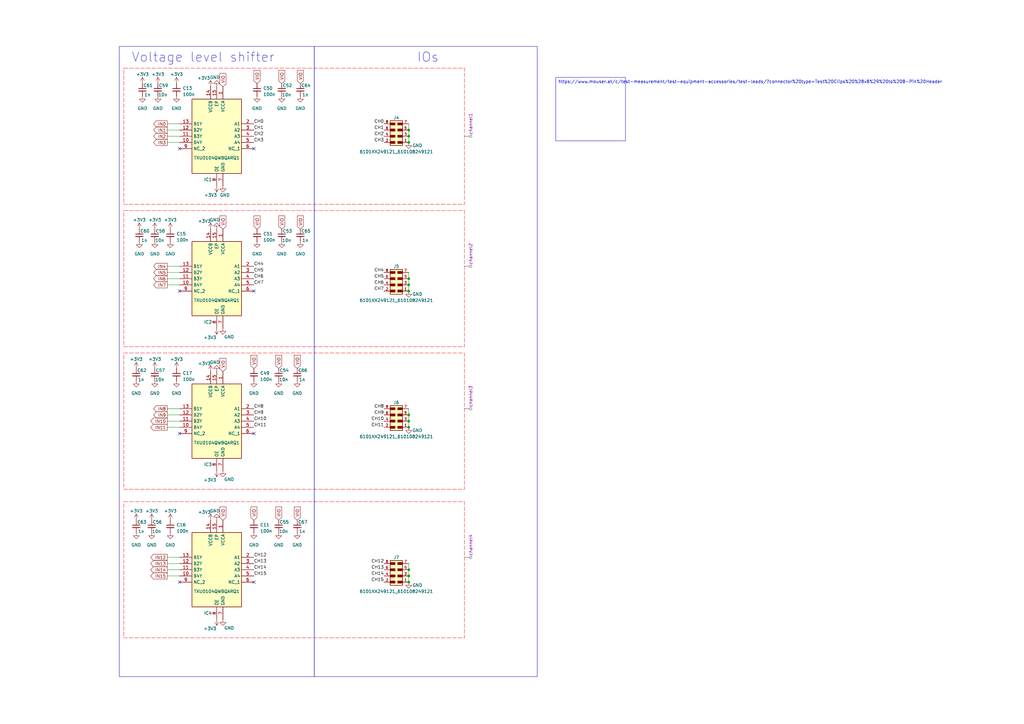
<source format=kicad_sch>
(kicad_sch (version 20250114) (generator "eeschema") (generator_version "9.0")
  (paper "A3")
  (lib_symbols
    (symbol "Device:C_Small" (pin_numbers (hide yes)) (pin_names (offset 0.254) (hide yes))
      (property "Reference" "C" (at 0.254 1.778 0))
      (property "Value" "C_Small" (at 0.254 -2.032 0))
      (symbol "C_Small_0_1"
        (polyline (pts (xy -1.524 0.508) (xy 1.524 0.508)) (stroke (width 0.3048)))
        (polyline (pts (xy -1.524 -0.508) (xy 1.524 -0.508)) (stroke (width 0.3302)))
      )
      (symbol "C_Small_1_1"
        (pin passive line (at 0 2.54 270) (length 2.032) (name "~") (number "1"))
        (pin passive line (at 0 -2.54 90) (length 2.032) (name "~") (number "2"))
      )
    )
    (symbol "Snapeda:6101XX249121_610108249121" (pin_names (offset 1.016))
      (property "Reference" "J" (at 5.08 0.762 0))
      (property "Value" "6101XX249121_610108249121" (at 5.08 -2.54 0))
      (symbol "6101XX249121_610108249121_0_0"
        (rectangle (start -6.35 -2.54) (end 3.81 2.54) (stroke (width 0.254)) (fill (type background)))
        (rectangle (start -5.58 0.5) (end -4.58 2.5) (stroke (width 0.1)) (fill (type outline)))
        (rectangle (start -5.58 -2.5) (end -4.58 -0.5) (stroke (width 0.1)) (fill (type outline)))
        (rectangle (start -3.04 0.5) (end -2.04 2.5) (stroke (width 0.1)) (fill (type outline)))
        (rectangle (start -3.04 -2.5) (end -2.04 -0.5) (stroke (width 0.1)) (fill (type outline)))
        (rectangle (start -0.5 0.5) (end 0.5 2.5) (stroke (width 0.1)) (fill (type outline)))
        (rectangle (start -0.5 -2.5) (end 0.5 -0.5) (stroke (width 0.1)) (fill (type outline)))
        (rectangle (start 2.04 0.5) (end 3.04 2.5) (stroke (width 0.1)) (fill (type outline)))
        (rectangle (start 2.04 -2.5) (end 3.04 -0.5) (stroke (width 0.1)) (fill (type outline)))
        (pin passive line (at -5.08 5.08 270) (length 2.54) (name "~") (number "8"))
        (pin passive line (at -5.08 -5.08 90) (length 2.54) (name "~") (number "7"))
        (pin passive line (at -2.54 5.08 270) (length 2.54) (name "~") (number "6"))
        (pin passive line (at -2.54 -5.08 90) (length 2.54) (name "~") (number "5"))
        (pin passive line (at 0 5.08 270) (length 2.54) (name "~") (number "4"))
        (pin passive line (at 0 -5.08 90) (length 2.54) (name "~") (number "3"))
        (pin passive line (at 2.54 5.08 270) (length 2.54) (name "~") (number "2"))
        (pin passive line (at 2.54 -5.08 90) (length 2.54) (name "~") (number "1"))
      )
    )
    (symbol "TXU0104QWBQARQ1:TXU0104QWBQARQ1"
      (property "Reference" "IC" (at 26.67 15.24 0))
      (property "Value" "TXU0104QWBQARQ1" (at 26.67 12.7 0))
      (symbol "TXU0104QWBQARQ1_1_1"
        (rectangle (start 5.08 10.16) (end 25.4 -20.32) (stroke (width 0.254)) (fill (type background)))
        (pin passive line (at 0 0 0) (length 5.08) (name "A1") (number "2"))
        (pin passive line (at 0 -2.54 0) (length 5.08) (name "A2") (number "3"))
        (pin passive line (at 0 -5.08 0) (length 5.08) (name "A3") (number "4"))
        (pin passive line (at 0 -7.62 0) (length 5.08) (name "A4") (number "5"))
        (pin passive line (at 0 -10.16 0) (length 5.08) (name "NC_1") (number "6"))
        (pin passive line (at 12.7 15.24 270) (length 5.08) (name "VCCA") (number "1"))
        (pin passive line (at 12.7 -25.4 90) (length 5.08) (name "GND") (number "7"))
        (pin passive line (at 15.24 15.24 270) (length 5.08) (name "EP") (number "15"))
        (pin passive line (at 15.24 -25.4 90) (length 5.08) (name "OE") (number "8"))
        (pin passive line (at 17.78 15.24 270) (length 5.08) (name "VCCB") (number "14"))
        (pin passive line (at 30.48 0 180) (length 5.08) (name "B1Y") (number "13"))
        (pin passive line (at 30.48 -2.54 180) (length 5.08) (name "B2Y") (number "12"))
        (pin passive line (at 30.48 -5.08 180) (length 5.08) (name "B3Y") (number "11"))
        (pin passive line (at 30.48 -7.62 180) (length 5.08) (name "B4Y") (number "10"))
        (pin passive line (at 30.48 -10.16 180) (length 5.08) (name "NC_2") (number "9"))
      )
    )
    (symbol "power:+3V3" (power) (pin_numbers (hide yes)) (pin_names (offset 0) (hide yes))
      (property "Value" "+3V3" (at 0 3.556 0))
      (symbol "+3V3_0_1"
        (polyline (pts (xy -0.762 1.27) (xy 0 2.54)))
        (polyline (pts (xy 0 2.54) (xy 0.762 1.27)))
        (polyline (pts (xy 0 0) (xy 0 2.54)))
      )
      (symbol "+3V3_1_1"
        (pin power_in line (at 0 0 90) (length 0) (name "~") (number "1"))
      )
    )
    (symbol "power:GND" (power) (pin_numbers (hide yes)) (pin_names (offset 0) (hide yes))
      (property "Value" "GND" (at 0 -3.81 0))
      (symbol "GND_0_1"
        (polyline (pts (xy 0 0) (xy 0 -1.27) (xy 1.27 -1.27) (xy 0 -2.54) (xy -1.27 -1.27) (xy 0 -1.27)))
      )
      (symbol "GND_1_1"
        (pin power_in line (at 0 0 270) (length 0) (name "~") (number "1"))
      )
    )
  )
  (rectangle (start 48.895 19.05) (end 128.905 277.495))
  (rectangle (start 128.905 19.05) (end 220.345 277.495))
  (text "Voltage level shifter" (at 83.312 23.622 0) (effects (font (size 3.81 3.81))))
  (text "IOs" (at 175.514 23.622 0) (effects (font (size 3.81 3.81))))
  (text_box "https://www.mouser.at/c/test-measurement/test-equipment-accessories/test-leads/?connector%20type=Test%20Clips%20%28x8%29%20to%208-Pin%20Header" (at 227.965 31.75 0) (size 28.575 26.035) (margins 0.9525 0.9525 0.9525 0.9525) (effects (font (size 1.27 1.27)) (justify left top)))
  (junction (at 167.64 55.88))
  (junction (at 167.64 238.76))
  (junction (at 167.64 119.38))
  (junction (at 167.64 172.72))
  (junction (at 167.64 236.22))
  (junction (at 167.64 233.68))
  (junction (at 167.64 114.3))
  (junction (at 167.64 116.84))
  (junction (at 167.64 170.18))
  (junction (at 167.64 175.26))
  (junction (at 167.64 58.42))
  (junction (at 167.64 53.34))
  (no_connect (at 104.14 238.76))
  (no_connect (at 104.14 119.38))
  (no_connect (at 73.66 60.96))
  (no_connect (at 73.66 177.8))
  (no_connect (at 104.14 60.96))
  (no_connect (at 104.14 177.8))
  (no_connect (at 73.66 238.76))
  (no_connect (at 73.66 119.38))
  (wire (pts (xy 167.64 170.18) (xy 167.64 172.72)))
  (wire (pts (xy 73.66 114.3) (xy 68.58 114.3)))
  (wire (pts (xy 167.64 236.22) (xy 167.64 238.76)))
  (wire (pts (xy 73.66 231.14) (xy 68.58 231.14)))
  (wire (pts (xy 73.66 172.72) (xy 68.58 172.72)))
  (wire (pts (xy 73.66 109.22) (xy 68.58 109.22)))
  (wire (pts (xy 68.58 55.88) (xy 73.66 55.88)))
  (wire (pts (xy 73.66 116.84) (xy 68.58 116.84)))
  (wire (pts (xy 73.66 111.76) (xy 68.58 111.76)))
  (wire (pts (xy 68.58 50.8) (xy 73.66 50.8)))
  (wire (pts (xy 167.64 172.72) (xy 167.64 175.26)))
  (wire (pts (xy 73.66 167.64) (xy 68.58 167.64)))
  (wire (pts (xy 73.66 236.22) (xy 68.58 236.22)))
  (wire (pts (xy 167.64 50.8) (xy 167.64 53.34)))
  (wire (pts (xy 167.64 116.84) (xy 167.64 119.38)))
  (wire (pts (xy 167.64 233.68) (xy 167.64 236.22)))
  (wire (pts (xy 167.64 53.34) (xy 167.64 55.88)))
  (wire (pts (xy 73.66 228.6) (xy 68.58 228.6)))
  (wire (pts (xy 167.64 114.3) (xy 167.64 116.84)))
  (wire (pts (xy 167.64 167.64) (xy 167.64 170.18)))
  (wire (pts (xy 73.66 170.18) (xy 68.58 170.18)))
  (wire (pts (xy 167.64 111.76) (xy 167.64 114.3)))
  (wire (pts (xy 68.58 58.42) (xy 73.66 58.42)))
  (wire (pts (xy 73.66 233.68) (xy 68.58 233.68)))
  (wire (pts (xy 167.64 55.88) (xy 167.64 58.42)))
  (wire (pts (xy 73.66 175.26) (xy 68.58 175.26)))
  (wire (pts (xy 167.64 231.14) (xy 167.64 233.68)))
  (wire (pts (xy 68.58 53.34) (xy 73.66 53.34)))
  (label "CH0" (at 157.48 50.8 180))
  (label "CH6" (at 157.48 116.84 180))
  (label "CH15" (at 104.14 236.22 0))
  (label "CH7" (at 104.14 116.84 0))
  (label "CH10" (at 104.14 172.72 0))
  (label "CH10" (at 157.48 172.72 180))
  (label "CH3" (at 104.14 58.42 0))
  (label "CH1" (at 104.14 53.34 0))
  (label "CH8" (at 157.48 167.64 180))
  (label "CH2" (at 157.48 55.88 180))
  (label "CH0" (at 104.14 50.8 0))
  (label "CH9" (at 157.48 170.18 180))
  (label "CH12" (at 157.48 231.14 180))
  (label "CH3" (at 157.48 58.42 180))
  (label "CH14" (at 104.14 233.68 0))
  (label "CH14" (at 157.48 236.22 180))
  (label "CH2" (at 104.14 55.88 0))
  (label "CH7" (at 157.48 119.38 180))
  (label "CH4" (at 104.14 109.22 0))
  (label "CH11" (at 157.48 175.26 180))
  (label "CH13" (at 104.14 231.14 0))
  (label "CH1" (at 157.48 53.34 180))
  (label "CH5" (at 104.14 111.76 0))
  (label "CH11" (at 104.14 175.26 0))
  (label "CH4" (at 157.48 111.76 180))
  (label "CH6" (at 104.14 114.3 0))
  (label "CH13" (at 157.48 233.68 180))
  (label "CH15" (at 157.48 238.76 180))
  (label "CH5" (at 157.48 114.3 180))
  (label "CH8" (at 104.14 167.64 0))
  (label "CH9" (at 104.14 170.18 0))
  (label "CH12" (at 104.14 228.6 0))
  (global_label "IN8" (shape output) (at 68.58 167.64 180) (property "Intersheetrefs" "${INTERSHEET_REFS}" (effects (hide yes))))
  (global_label "IN6" (shape output) (at 68.58 114.3 180) (property "Intersheetrefs" "${INTERSHEET_REFS}" (effects (hide yes))))
  (global_label "IN0" (shape output) (at 68.58 50.8 180) (property "Intersheetrefs" "${INTERSHEET_REFS}" (effects (hide yes))))
  (global_label "VIO" (shape input) (at 115.57 93.98 90) (property "Intersheetrefs" "${INTERSHEET_REFS}" (effects (hide yes))))
  (global_label "VIO" (shape input) (at 123.19 93.98 90) (property "Intersheetrefs" "${INTERSHEET_REFS}" (effects (hide yes))))
  (global_label "VIO" (shape input) (at 104.14 213.36 90) (property "Intersheetrefs" "${INTERSHEET_REFS}" (effects (hide yes))))
  (global_label "VIO" (shape input) (at 104.14 151.13 90) (property "Intersheetrefs" "${INTERSHEET_REFS}" (effects (hide yes))))
  (global_label "VIO" (shape input) (at 121.92 213.36 90) (property "Intersheetrefs" "${INTERSHEET_REFS}" (effects (hide yes))))
  (global_label "IN13" (shape output) (at 68.58 231.14 180) (property "Intersheetrefs" "${INTERSHEET_REFS}" (effects (hide yes))))
  (global_label "VIO" (shape input) (at 91.44 35.56 90) (property "Intersheetrefs" "${INTERSHEET_REFS}" (effects (hide yes))))
  (global_label "IN7" (shape output) (at 68.58 116.84 180) (property "Intersheetrefs" "${INTERSHEET_REFS}" (effects (hide yes))))
  (global_label "IN9" (shape output) (at 68.58 170.18 180) (property "Intersheetrefs" "${INTERSHEET_REFS}" (effects (hide yes))))
  (global_label "VIO" (shape input) (at 123.19 34.29 90) (property "Intersheetrefs" "${INTERSHEET_REFS}" (effects (hide yes))))
  (global_label "IN12" (shape output) (at 68.58 228.6 180) (property "Intersheetrefs" "${INTERSHEET_REFS}" (effects (hide yes))))
  (global_label "IN14" (shape output) (at 68.58 233.68 180) (property "Intersheetrefs" "${INTERSHEET_REFS}" (effects (hide yes))))
  (global_label "IN2" (shape output) (at 68.58 55.88 180) (property "Intersheetrefs" "${INTERSHEET_REFS}" (effects (hide yes))))
  (global_label "VIO" (shape input) (at 91.44 152.4 90) (property "Intersheetrefs" "${INTERSHEET_REFS}" (effects (hide yes))))
  (global_label "IN11" (shape output) (at 68.58 175.26 180) (property "Intersheetrefs" "${INTERSHEET_REFS}" (effects (hide yes))))
  (global_label "IN4" (shape output) (at 68.58 109.22 180) (property "Intersheetrefs" "${INTERSHEET_REFS}" (effects (hide yes))))
  (global_label "VIO" (shape input) (at 121.92 151.13 90) (property "Intersheetrefs" "${INTERSHEET_REFS}" (effects (hide yes))))
  (global_label "VIO" (shape input) (at 105.41 93.98 90) (property "Intersheetrefs" "${INTERSHEET_REFS}" (effects (hide yes))))
  (global_label "VIO" (shape input) (at 114.3 213.36 90) (property "Intersheetrefs" "${INTERSHEET_REFS}" (effects (hide yes))))
  (global_label "VIO" (shape input) (at 105.41 34.29 90) (property "Intersheetrefs" "${INTERSHEET_REFS}" (effects (hide yes))))
  (global_label "IN3" (shape output) (at 68.58 58.42 180) (property "Intersheetrefs" "${INTERSHEET_REFS}" (effects (hide yes))))
  (global_label "VIO" (shape input) (at 114.3 151.13 90) (property "Intersheetrefs" "${INTERSHEET_REFS}" (effects (hide yes))))
  (global_label "VIO" (shape input) (at 91.44 213.36 90) (property "Intersheetrefs" "${INTERSHEET_REFS}" (effects (hide yes))))
  (global_label "VIO" (shape input) (at 91.44 93.98 90) (property "Intersheetrefs" "${INTERSHEET_REFS}" (effects (hide yes))))
  (global_label "VIO" (shape input) (at 115.57 34.29 90) (property "Intersheetrefs" "${INTERSHEET_REFS}" (effects (hide yes))))
  (global_label "IN15" (shape output) (at 68.58 236.22 180) (property "Intersheetrefs" "${INTERSHEET_REFS}" (effects (hide yes))))
  (global_label "IN1" (shape output) (at 68.58 53.34 180) (property "Intersheetrefs" "${INTERSHEET_REFS}" (effects (hide yes))))
  (global_label "IN10" (shape output) (at 68.58 172.72 180) (property "Intersheetrefs" "${INTERSHEET_REFS}" (effects (hide yes))))
  (global_label "IN5" (shape output) (at 68.58 111.76 180) (property "Intersheetrefs" "${INTERSHEET_REFS}" (effects (hide yes))))
  (rule_area (polyline (pts (xy 50.8 27.94) (xy 190.5 27.94) (xy 190.5 83.82) (xy 50.8 83.82)) (stroke (width 0) (type dash))))
  (rule_area (polyline (pts (xy 50.8 144.78) (xy 190.5 144.78) (xy 190.5 200.66) (xy 50.8 200.66)) (stroke (width 0) (type dash))))
  (rule_area (polyline (pts (xy 50.8 86.36) (xy 190.5 86.36) (xy 190.5 142.24) (xy 50.8 142.24)) (stroke (width 0) (type dash))))
  (rule_area (polyline (pts (xy 50.8 205.74) (xy 190.5 205.74) (xy 190.5 261.62) (xy 50.8 261.62)) (stroke (width 0) (type dash))))
  (netclass_flag "" (length 2.54) (shape round) (at 190.5 109.22 270) (property "Component Class" "channel2" (at 193.04 108.6104 90) (effects (font (italic yes)) (justify left))))
  (netclass_flag "" (length 2.54) (shape round) (at 190.5 167.64 270) (property "Component Class" "channel3" (at 193.04 167.0304 90) (effects (font (italic yes)) (justify left))))
  (netclass_flag "" (length 2.54) (shape round) (at 190.5 228.6 270) (property "Component Class" "channel4" (at 193.04 227.9904 90) (effects (font (italic yes)) (justify left))))
  (netclass_flag "" (length 2.54) (shape round) (at 190.5 55.88 270) (property "Component Class" "channel1" (at 193.04 55.2704 90) (effects (font (italic yes)) (justify left))))
  (symbol (lib_id "Snapeda:6101XX249121_610108249121") (at 162.56 236.22 90) (mirror x) (unit 1)
    (property "Reference" "J7" (at 162.56 228.6 90))
    (property "Value" "6101XX249121_610108249121" (at 162.56 242.57 90))
    (property "Footprint" "Snapeda:6101XX249121_610108249121_610108249121" (effects (hide yes)))
  )
  (symbol (lib_id "power:GND") (at 91.44 134.62 0) (unit 1)
    (property "Reference" "#PWR014" (effects (hide yes)))
    (property "Value" "GND" (at 93.98 138.176 0))
  )
  (symbol (lib_id "power:GND") (at 123.19 99.06 0) (mirror y) (unit 1)
    (property "Reference" "#PWR099" (effects (hide yes)))
    (property "Value" "GND" (at 123.19 104.14 0))
  )
  (symbol (lib_id "Device:C_Small") (at 104.14 153.67 0) (mirror y) (unit 1)
    (property "Reference" "C49" (at 106.68 153.0413 0) (effects (justify right)))
    (property "Value" "100n" (at 106.68 155.5813 0) (effects (justify right)))
    (property "Footprint" "Capacitor_SMD:C_0402_1005Metric" (effects (hide yes)))
  )
  (symbol (lib_id "power:GND") (at 88.9 152.4 180) (unit 1)
    (property "Reference" "#PWR0105" (effects (hide yes)))
    (property "Value" "GND" (at 88.138 148.59 0))
  )
  (symbol (lib_id "power:GND") (at 123.19 39.37 0) (mirror y) (unit 1)
    (property "Reference" "#PWR0100" (effects (hide yes)))
    (property "Value" "GND" (at 123.19 44.45 0))
  )
  (symbol (lib_id "power:GND") (at 121.92 156.21 0) (mirror y) (unit 1)
    (property "Reference" "#PWR0101" (effects (hide yes)))
    (property "Value" "GND" (at 121.92 161.29 0))
  )
  (symbol (lib_id "Device:C_Small") (at 115.57 36.83 0) (unit 1)
    (property "Reference" "C52" (at 117.856 35.052 0))
    (property "Value" "10n" (at 117.602 38.862 0))
    (property "Footprint" "Capacitor_SMD:C_0402_1005Metric" (effects (hide yes)))
  )
  (symbol (lib_id "Device:C_Small") (at 114.3 153.67 0) (unit 1)
    (property "Reference" "C54" (at 116.586 151.892 0))
    (property "Value" "10n" (at 116.332 155.702 0))
    (property "Footprint" "Capacitor_SMD:C_0402_1005Metric" (effects (hide yes)))
  )
  (symbol (lib_id "power:GND") (at 115.57 39.37 0) (mirror y) (unit 1)
    (property "Reference" "#PWR079" (effects (hide yes)))
    (property "Value" "GND" (at 115.57 44.45 0))
  )
  (symbol (lib_id "TXU0104QWBQARQ1:TXU0104QWBQARQ1") (at 104.14 50.8 0) (mirror y) (unit 1)
    (property "Reference" "IC1" (at 86.9441 73.66 0) (effects (justify left)))
    (property "Value" "TXU0104QWBQARQ1" (at 98.298 64.77 0) (effects (justify left)))
    (property "Footprint" "TXU0104:TXU0104QWBQARQ1" (effects (hide yes)))
    (property "Datasheet" "https://www.ti.com/lit/ds/symlink/txu0104-q1.pdf?HQS=dis-mous-null-mousermode-dsf-pf-null-wwe&ts=1678076196563&ref_url=https%253A%252F%252Fwww.mouser.in%252F" (effects (hide yes)))
    (property "Height" "0.8" (effects (hide yes)))
    (property "Manufacturer_Name" "Texas Instruments" (effects (hide yes)))
    (property "Manufacturer_Part_Number" "TXU0104QWBQARQ1" (effects (hide yes)))
    (property "Mouser Part Number" "595-TXU0104QWBQARQ1" (effects (hide yes)))
    (property "Mouser Price/Stock" "https://www.mouser.co.uk/ProductDetail/Texas-Instruments/TXU0104QWBQARQ1?qs=MyNHzdoqoQLxLExkSAGcJg%3D%3D" (effects (hide yes)))
    (property "Arrow Part Number" "TXU0104QWBQARQ1" (effects (hide yes)))
    (property "Arrow Price/Stock" "https://www.arrow.com/en/products/txu0104qwbqarq1/texas-instruments?region=nac" (effects (hide yes)))
  )
  (symbol (lib_id "Device:C_Small") (at 104.14 215.9 0) (mirror y) (unit 1)
    (property "Reference" "C11" (at 106.68 215.2713 0) (effects (justify right)))
    (property "Value" "100n" (at 106.68 217.8113 0) (effects (justify right)))
    (property "Footprint" "Capacitor_SMD:C_0402_1005Metric" (effects (hide yes)))
  )
  (symbol (lib_id "power:GND") (at 104.14 218.44 0) (mirror y) (unit 1)
    (property "Reference" "#PWR076" (effects (hide yes)))
    (property "Value" "GND" (at 104.14 223.52 0))
  )
  (symbol (lib_id "power:+3V3") (at 63.5 93.98 0) (unit 1)
    (property "Reference" "#PWR087" (effects (hide yes)))
    (property "Value" "+3V3" (at 63.5 90.17 0))
  )
  (symbol (lib_id "Device:C_Small") (at 123.19 36.83 0) (unit 1)
    (property "Reference" "C64" (at 125.476 35.052 0))
    (property "Value" "1n" (at 125.222 38.862 0))
    (property "Footprint" "Capacitor_SMD:C_0402_1005Metric" (effects (hide yes)))
  )
  (symbol (lib_id "power:GND") (at 72.39 39.37 0) (mirror y) (unit 1)
    (property "Reference" "#PWR026" (effects (hide yes)))
    (property "Value" "GND" (at 72.39 44.45 0))
  )
  (symbol (lib_id "power:GND") (at 69.85 99.06 0) (mirror y) (unit 1)
    (property "Reference" "#PWR028" (effects (hide yes)))
    (property "Value" "GND" (at 69.85 104.14 0))
  )
  (symbol (lib_id "power:GND") (at 105.41 99.06 0) (mirror y) (unit 1)
    (property "Reference" "#PWR078" (effects (hide yes)))
    (property "Value" "GND" (at 105.41 104.14 0))
  )
  (symbol (lib_id "power:+3V3") (at 88.9 193.04 180) (unit 1)
    (property "Reference" "#PWR029" (effects (hide yes)))
    (property "Value" "+3V3" (at 86.106 196.85 0))
  )
  (symbol (lib_id "power:GND") (at 57.15 99.06 0) (mirror y) (unit 1)
    (property "Reference" "#PWR092" (effects (hide yes)))
    (property "Value" "GND" (at 57.15 104.14 0))
  )
  (symbol (lib_id "power:+3V3") (at 88.9 254 180) (unit 1)
    (property "Reference" "#PWR018" (effects (hide yes)))
    (property "Value" "+3V3" (at 86.106 257.81 0))
  )
  (symbol (lib_id "power:+3V3") (at 64.77 34.29 0) (unit 1)
    (property "Reference" "#PWR089" (effects (hide yes)))
    (property "Value" "+3V3" (at 64.77 30.48 0))
  )
  (symbol (lib_id "power:+3V3") (at 62.23 213.36 0) (unit 1)
    (property "Reference" "#PWR084" (effects (hide yes)))
    (property "Value" "+3V3" (at 62.23 209.55 0))
  )
  (symbol (lib_id "power:+3V3") (at 69.85 213.36 0) (unit 1)
    (property "Reference" "#PWR022" (effects (hide yes)))
    (property "Value" "+3V3" (at 69.85 209.55 0))
  )
  (symbol (lib_id "Device:C_Small") (at 123.19 96.52 0) (unit 1)
    (property "Reference" "C65" (at 125.476 94.742 0))
    (property "Value" "1n" (at 125.222 98.552 0))
    (property "Footprint" "Capacitor_SMD:C_0402_1005Metric" (effects (hide yes)))
  )
  (symbol (lib_id "power:+3V3") (at 86.36 35.56 0) (unit 1)
    (property "Reference" "#PWR037" (effects (hide yes)))
    (property "Value" "+3V3" (at 83.566 32.004 0))
  )
  (symbol (lib_id "Device:C_Small") (at 57.15 96.52 0) (unit 1)
    (property "Reference" "C60" (at 59.436 94.742 0))
    (property "Value" "1n" (at 59.182 98.552 0))
    (property "Footprint" "Capacitor_SMD:C_0402_1005Metric" (effects (hide yes)))
  )
  (symbol (lib_id "TXU0104QWBQARQ1:TXU0104QWBQARQ1") (at 104.14 228.6 0) (mirror y) (unit 1)
    (property "Reference" "IC4" (at 86.9441 251.46 0) (effects (justify left)))
    (property "Value" "TXU0104QWBQARQ1" (at 98.298 242.57 0) (effects (justify left)))
    (property "Footprint" "TXU0104:TXU0104QWBQARQ1" (effects (hide yes)))
    (property "Datasheet" "https://www.ti.com/lit/ds/symlink/txu0104-q1.pdf?HQS=dis-mous-null-mousermode-dsf-pf-null-wwe&ts=1678076196563&ref_url=https%253A%252F%252Fwww.mouser.in%252F" (effects (hide yes)))
    (property "Height" "0.8" (effects (hide yes)))
    (property "Manufacturer_Name" "Texas Instruments" (effects (hide yes)))
    (property "Manufacturer_Part_Number" "TXU0104QWBQARQ1" (effects (hide yes)))
    (property "Mouser Part Number" "595-TXU0104QWBQARQ1" (effects (hide yes)))
    (property "Mouser Price/Stock" "https://www.mouser.co.uk/ProductDetail/Texas-Instruments/TXU0104QWBQARQ1?qs=MyNHzdoqoQLxLExkSAGcJg%3D%3D" (effects (hide yes)))
    (property "Arrow Part Number" "TXU0104QWBQARQ1" (effects (hide yes)))
    (property "Arrow Price/Stock" "https://www.arrow.com/en/products/txu0104qwbqarq1/texas-instruments?region=nac" (effects (hide yes)))
  )
  (symbol (lib_id "Device:C_Small") (at 55.88 153.67 0) (unit 1)
    (property "Reference" "C62" (at 58.166 151.892 0))
    (property "Value" "1n" (at 57.912 155.702 0))
    (property "Footprint" "Capacitor_SMD:C_0402_1005Metric" (effects (hide yes)))
  )
  (symbol (lib_id "power:GND") (at 72.39 156.21 0) (mirror y) (unit 1)
    (property "Reference" "#PWR035" (effects (hide yes)))
    (property "Value" "GND" (at 72.39 161.29 0))
  )
  (symbol (lib_id "power:GND") (at 69.85 218.44 0) (mirror y) (unit 1)
    (property "Reference" "#PWR033" (effects (hide yes)))
    (property "Value" "GND" (at 69.85 223.52 0))
  )
  (symbol (lib_id "power:+3V3") (at 55.88 213.36 0) (unit 1)
    (property "Reference" "#PWR097" (effects (hide yes)))
    (property "Value" "+3V3" (at 55.88 209.55 0))
  )
  (symbol (lib_id "TXU0104QWBQARQ1:TXU0104QWBQARQ1") (at 104.14 167.64 0) (mirror y) (unit 1)
    (property "Reference" "IC3" (at 86.9441 190.5 0) (effects (justify left)))
    (property "Value" "TXU0104QWBQARQ1" (at 98.298 181.61 0) (effects (justify left)))
    (property "Footprint" "TXU0104:TXU0104QWBQARQ1" (effects (hide yes)))
    (property "Datasheet" "https://www.ti.com/lit/ds/symlink/txu0104-q1.pdf?HQS=dis-mous-null-mousermode-dsf-pf-null-wwe&ts=1678076196563&ref_url=https%253A%252F%252Fwww.mouser.in%252F" (effects (hide yes)))
    (property "Height" "0.8" (effects (hide yes)))
    (property "Manufacturer_Name" "Texas Instruments" (effects (hide yes)))
    (property "Manufacturer_Part_Number" "TXU0104QWBQARQ1" (effects (hide yes)))
    (property "Mouser Part Number" "595-TXU0104QWBQARQ1" (effects (hide yes)))
    (property "Mouser Price/Stock" "https://www.mouser.co.uk/ProductDetail/Texas-Instruments/TXU0104QWBQARQ1?qs=MyNHzdoqoQLxLExkSAGcJg%3D%3D" (effects (hide yes)))
    (property "Arrow Part Number" "TXU0104QWBQARQ1" (effects (hide yes)))
    (property "Arrow Price/Stock" "https://www.arrow.com/en/products/txu0104qwbqarq1/texas-instruments?region=nac" (effects (hide yes)))
  )
  (symbol (lib_id "Device:C_Small") (at 72.39 153.67 0) (mirror y) (unit 1)
    (property "Reference" "C17" (at 74.93 153.0413 0) (effects (justify right)))
    (property "Value" "100n" (at 74.93 155.5813 0) (effects (justify right)))
    (property "Footprint" "Capacitor_SMD:C_0402_1005Metric" (effects (hide yes)))
  )
  (symbol (lib_id "Device:C_Small") (at 121.92 153.67 0) (unit 1)
    (property "Reference" "C66" (at 124.206 151.892 0))
    (property "Value" "1n" (at 123.952 155.702 0))
    (property "Footprint" "Capacitor_SMD:C_0402_1005Metric" (effects (hide yes)))
  )
  (symbol (lib_id "Device:C_Small") (at 115.57 96.52 0) (unit 1)
    (property "Reference" "C53" (at 117.856 94.742 0))
    (property "Value" "10n" (at 117.602 98.552 0))
    (property "Footprint" "Capacitor_SMD:C_0402_1005Metric" (effects (hide yes)))
  )
  (symbol (lib_id "Device:C_Small") (at 62.23 215.9 0) (unit 1)
    (property "Reference" "C56" (at 64.516 214.122 0))
    (property "Value" "10n" (at 64.262 217.932 0))
    (property "Footprint" "Capacitor_SMD:C_0402_1005Metric" (effects (hide yes)))
  )
  (symbol (lib_id "power:GND") (at 63.5 156.21 0) (mirror y) (unit 1)
    (property "Reference" "#PWR086" (effects (hide yes)))
    (property "Value" "GND" (at 63.5 161.29 0))
  )
  (symbol (lib_id "power:GND") (at 114.3 218.44 0) (mirror y) (unit 1)
    (property "Reference" "#PWR082" (effects (hide yes)))
    (property "Value" "GND" (at 114.3 223.52 0))
  )
  (symbol (lib_id "Device:C_Small") (at 55.88 215.9 0) (unit 1)
    (property "Reference" "C63" (at 58.166 214.122 0))
    (property "Value" "1n" (at 57.912 217.932 0))
    (property "Footprint" "Capacitor_SMD:C_0402_1005Metric" (effects (hide yes)))
  )
  (symbol (lib_id "Device:C_Small") (at 63.5 96.52 0) (unit 1)
    (property "Reference" "C58" (at 65.786 94.742 0))
    (property "Value" "10n" (at 65.532 98.552 0))
    (property "Footprint" "Capacitor_SMD:C_0402_1005Metric" (effects (hide yes)))
  )
  (symbol (lib_id "power:GND") (at 64.77 39.37 0) (mirror y) (unit 1)
    (property "Reference" "#PWR090" (effects (hide yes)))
    (property "Value" "GND" (at 64.77 44.45 0))
  )
  (symbol (lib_id "Device:C_Small") (at 105.41 96.52 0) (mirror y) (unit 1)
    (property "Reference" "C51" (at 107.95 95.8913 0) (effects (justify right)))
    (property "Value" "100n" (at 107.95 98.4313 0) (effects (justify right)))
    (property "Footprint" "Capacitor_SMD:C_0402_1005Metric" (effects (hide yes)))
  )
  (symbol (lib_id "power:GND") (at 91.44 254 0) (unit 1)
    (property "Reference" "#PWR039" (effects (hide yes)))
    (property "Value" "GND" (at 93.98 257.556 0))
  )
  (symbol (lib_id "power:GND") (at 167.64 119.38 0) (unit 1)
    (property "Reference" "#PWR048" (effects (hide yes)))
    (property "Value" "GND" (at 171.196 120.65 0))
  )
  (symbol (lib_id "power:GND") (at 167.64 175.26 0) (unit 1)
    (property "Reference" "#PWR074" (effects (hide yes)))
    (property "Value" "GND" (at 171.196 176.53 0))
  )
  (symbol (lib_id "power:GND") (at 167.64 58.42 0) (unit 1)
    (property "Reference" "#PWR025" (effects (hide yes)))
    (property "Value" "GND" (at 171.196 59.69 0))
  )
  (symbol (lib_id "power:+3V3") (at 63.5 151.13 0) (unit 1)
    (property "Reference" "#PWR085" (effects (hide yes)))
    (property "Value" "+3V3" (at 63.5 147.32 0))
  )
  (symbol (lib_id "power:GND") (at 58.42 39.37 0) (mirror y) (unit 1)
    (property "Reference" "#PWR094" (effects (hide yes)))
    (property "Value" "GND" (at 58.42 44.45 0))
  )
  (symbol (lib_id "power:GND") (at 88.9 93.98 180) (unit 1)
    (property "Reference" "#PWR0104" (effects (hide yes)))
    (property "Value" "GND" (at 88.138 90.17 0))
  )
  (symbol (lib_id "power:GND") (at 55.88 156.21 0) (mirror y) (unit 1)
    (property "Reference" "#PWR096" (effects (hide yes)))
    (property "Value" "GND" (at 55.88 161.29 0))
  )
  (symbol (lib_id "power:GND") (at 167.64 238.76 0) (unit 1)
    (property "Reference" "#PWR075" (effects (hide yes)))
    (property "Value" "GND" (at 171.196 240.03 0))
  )
  (symbol (lib_id "Device:C_Small") (at 69.85 96.52 0) (mirror y) (unit 1)
    (property "Reference" "C15" (at 72.39 95.8913 0) (effects (justify right)))
    (property "Value" "100n" (at 72.39 98.4313 0) (effects (justify right)))
    (property "Footprint" "Capacitor_SMD:C_0402_1005Metric" (effects (hide yes)))
  )
  (symbol (lib_id "Device:C_Small") (at 105.41 36.83 0) (mirror y) (unit 1)
    (property "Reference" "C50" (at 107.95 36.2013 0) (effects (justify right)))
    (property "Value" "100n" (at 107.95 38.7413 0) (effects (justify right)))
    (property "Footprint" "Capacitor_SMD:C_0402_1005Metric" (effects (hide yes)))
  )
  (symbol (lib_id "power:GND") (at 104.14 156.21 0) (mirror y) (unit 1)
    (property "Reference" "#PWR02" (effects (hide yes)))
    (property "Value" "GND" (at 104.14 161.29 0))
  )
  (symbol (lib_id "Device:C_Small") (at 58.42 36.83 0) (unit 1)
    (property "Reference" "C61" (at 60.706 35.052 0))
    (property "Value" "1n" (at 60.452 38.862 0))
    (property "Footprint" "Capacitor_SMD:C_0402_1005Metric" (effects (hide yes)))
  )
  (symbol (lib_id "power:+3V3") (at 86.36 213.36 0) (unit 1)
    (property "Reference" "#PWR027" (effects (hide yes)))
    (property "Value" "+3V3" (at 83.82 210.058 0))
  )
  (symbol (lib_id "power:GND") (at 88.9 213.36 180) (unit 1)
    (property "Reference" "#PWR0106" (effects (hide yes)))
    (property "Value" "GND" (at 88.138 209.55 0))
  )
  (symbol (lib_id "power:+3V3") (at 55.88 151.13 0) (unit 1)
    (property "Reference" "#PWR095" (effects (hide yes)))
    (property "Value" "+3V3" (at 55.88 147.32 0))
  )
  (symbol (lib_id "power:+3V3") (at 58.42 34.29 0) (unit 1)
    (property "Reference" "#PWR093" (effects (hide yes)))
    (property "Value" "+3V3" (at 58.42 30.48 0))
  )
  (symbol (lib_id "Device:C_Small") (at 72.39 36.83 0) (mirror y) (unit 1)
    (property "Reference" "C13" (at 74.93 36.2013 0) (effects (justify right)))
    (property "Value" "100n" (at 74.93 38.7413 0) (effects (justify right)))
    (property "Footprint" "Capacitor_SMD:C_0402_1005Metric" (effects (hide yes)))
  )
  (symbol (lib_id "power:GND") (at 88.9 35.56 180) (unit 1)
    (property "Reference" "#PWR0103" (effects (hide yes)))
    (property "Value" "GND" (at 88.138 31.75 0))
  )
  (symbol (lib_id "power:GND") (at 55.88 218.44 0) (mirror y) (unit 1)
    (property "Reference" "#PWR098" (effects (hide yes)))
    (property "Value" "GND" (at 55.88 223.52 0))
  )
  (symbol (lib_id "power:+3V3") (at 86.36 152.4 0) (unit 1)
    (property "Reference" "#PWR031" (effects (hide yes)))
    (property "Value" "+3V3" (at 83.82 149.098 0))
  )
  (symbol (lib_id "Device:C_Small") (at 114.3 215.9 0) (unit 1)
    (property "Reference" "C55" (at 116.586 214.122 0))
    (property "Value" "10n" (at 116.332 217.932 0))
    (property "Footprint" "Capacitor_SMD:C_0402_1005Metric" (effects (hide yes)))
  )
  (symbol (lib_id "power:GND") (at 115.57 99.06 0) (mirror y) (unit 1)
    (property "Reference" "#PWR080" (effects (hide yes)))
    (property "Value" "GND" (at 115.57 104.14 0))
  )
  (symbol (lib_id "power:+3V3") (at 69.85 93.98 0) (unit 1)
    (property "Reference" "#PWR016" (effects (hide yes)))
    (property "Value" "+3V3" (at 69.85 90.17 0))
  )
  (symbol (lib_id "Snapeda:6101XX249121_610108249121") (at 162.56 172.72 90) (mirror x) (unit 1)
    (property "Reference" "J6" (at 162.56 165.1 90))
    (property "Value" "6101XX249121_610108249121" (at 162.56 179.07 90))
    (property "Footprint" "Snapeda:6101XX249121_610108249121_610108249121" (effects (hide yes)))
  )
  (symbol (lib_id "power:+3V3") (at 88.9 76.2 180) (unit 1)
    (property "Reference" "#PWR034" (effects (hide yes)))
    (property "Value" "+3V3" (at 86.36 80.01 0))
  )
  (symbol (lib_id "Snapeda:6101XX249121_610108249121") (at 162.56 116.84 90) (mirror x) (unit 1)
    (property "Reference" "J5" (at 162.56 109.22 90))
    (property "Value" "6101XX249121_610108249121" (at 162.56 123.19 90))
    (property "Footprint" "Snapeda:6101XX249121_610108249121_610108249121" (effects (hide yes)))
  )
  (symbol (lib_id "power:+3V3") (at 57.15 93.98 0) (unit 1)
    (property "Reference" "#PWR091" (effects (hide yes)))
    (property "Value" "+3V3" (at 57.15 90.17 0))
  )
  (symbol (lib_id "TXU0104QWBQARQ1:TXU0104QWBQARQ1") (at 104.14 109.22 0) (mirror y) (unit 1)
    (property "Reference" "IC2" (at 86.9441 132.08 0) (effects (justify left)))
    (property "Value" "TXU0104QWBQARQ1" (at 98.298 123.19 0) (effects (justify left)))
    (property "Footprint" "TXU0104:TXU0104QWBQARQ1" (effects (hide yes)))
    (property "Datasheet" "https://www.ti.com/lit/ds/symlink/txu0104-q1.pdf?HQS=dis-mous-null-mousermode-dsf-pf-null-wwe&ts=1678076196563&ref_url=https%253A%252F%252Fwww.mouser.in%252F" (effects (hide yes)))
    (property "Height" "0.8" (effects (hide yes)))
    (property "Manufacturer_Name" "Texas Instruments" (effects (hide yes)))
    (property "Manufacturer_Part_Number" "TXU0104QWBQARQ1" (effects (hide yes)))
    (property "Mouser Part Number" "595-TXU0104QWBQARQ1" (effects (hide yes)))
    (property "Mouser Price/Stock" "https://www.mouser.co.uk/ProductDetail/Texas-Instruments/TXU0104QWBQARQ1?qs=MyNHzdoqoQLxLExkSAGcJg%3D%3D" (effects (hide yes)))
    (property "Arrow Part Number" "TXU0104QWBQARQ1" (effects (hide yes)))
    (property "Arrow Price/Stock" "https://www.arrow.com/en/products/txu0104qwbqarq1/texas-instruments?region=nac" (effects (hide yes)))
  )
  (symbol (lib_id "Snapeda:6101XX249121_610108249121") (at 162.56 55.88 90) (mirror x) (unit 1)
    (property "Reference" "J4" (at 162.56 48.26 90))
    (property "Value" "6101XX249121_610108249121" (at 162.56 62.23 90))
    (property "Footprint" "Snapeda:6101XX249121_610108249121_610108249121" (effects (hide yes)))
  )
  (symbol (lib_id "Device:C_Small") (at 64.77 36.83 0) (unit 1)
    (property "Reference" "C59" (at 67.056 35.052 0))
    (property "Value" "10n" (at 66.802 38.862 0))
    (property "Footprint" "Capacitor_SMD:C_0402_1005Metric" (effects (hide yes)))
  )
  (symbol (lib_id "power:GND") (at 62.23 218.44 0) (mirror y) (unit 1)
    (property "Reference" "#PWR083" (effects (hide yes)))
    (property "Value" "GND" (at 62.23 223.52 0))
  )
  (symbol (lib_id "Device:C_Small") (at 69.85 215.9 0) (mirror y) (unit 1)
    (property "Reference" "C16" (at 72.39 215.2713 0) (effects (justify right)))
    (property "Value" "100n" (at 72.39 217.8113 0) (effects (justify right)))
    (property "Footprint" "Capacitor_SMD:C_0402_1005Metric" (effects (hide yes)))
  )
  (symbol (lib_id "power:+3V3") (at 72.39 151.13 0) (unit 1)
    (property "Reference" "#PWR030" (effects (hide yes)))
    (property "Value" "+3V3" (at 72.39 147.32 0))
  )
  (symbol (lib_id "power:+3V3") (at 88.9 134.62 180) (unit 1)
    (property "Reference" "#PWR015" (effects (hide yes)))
    (property "Value" "+3V3" (at 86.106 138.43 0))
  )
  (symbol (lib_id "power:GND") (at 105.41 39.37 0) (mirror y) (unit 1)
    (property "Reference" "#PWR077" (effects (hide yes)))
    (property "Value" "GND" (at 105.41 44.45 0))
  )
  (symbol (lib_id "Device:C_Small") (at 121.92 215.9 0) (unit 1)
    (property "Reference" "C67" (at 124.206 214.122 0))
    (property "Value" "1n" (at 123.952 217.932 0))
    (property "Footprint" "Capacitor_SMD:C_0402_1005Metric" (effects (hide yes)))
  )
  (symbol (lib_id "power:+3V3") (at 72.39 34.29 0) (unit 1)
    (property "Reference" "#PWR036" (effects (hide yes)))
    (property "Value" "+3V3" (at 72.39 30.48 0))
  )
  (symbol (lib_id "power:+3V3") (at 86.36 93.98 0) (unit 1)
    (property "Reference" "#PWR017" (effects (hide yes)))
    (property "Value" "+3V3" (at 83.82 90.678 0))
  )
  (symbol (lib_id "power:GND") (at 91.44 76.2 0) (unit 1)
    (property "Reference" "#PWR019" (effects (hide yes)))
    (property "Value" "GND" (at 92.202 80.01 0))
  )
  (symbol (lib_id "power:GND") (at 114.3 156.21 0) (mirror y) (unit 1)
    (property "Reference" "#PWR081" (effects (hide yes)))
    (property "Value" "GND" (at 114.3 161.29 0))
  )
  (symbol (lib_id "Device:C_Small") (at 63.5 153.67 0) (unit 1)
    (property "Reference" "C57" (at 65.786 151.892 0))
    (property "Value" "10n" (at 65.532 155.702 0))
    (property "Footprint" "Capacitor_SMD:C_0402_1005Metric" (effects (hide yes)))
  )
  (symbol (lib_id "power:GND") (at 63.5 99.06 0) (mirror y) (unit 1)
    (property "Reference" "#PWR088" (effects (hide yes)))
    (property "Value" "GND" (at 63.5 104.14 0))
  )
  (symbol (lib_id "power:GND") (at 121.92 218.44 0) (mirror y) (unit 1)
    (property "Reference" "#PWR0102" (effects (hide yes)))
    (property "Value" "GND" (at 121.92 223.52 0))
  )
  (symbol (lib_id "power:GND") (at 91.44 193.04 0) (unit 1)
    (property "Reference" "#PWR038" (effects (hide yes)))
    (property "Value" "GND" (at 93.98 196.596 0))
  )
)
</source>
